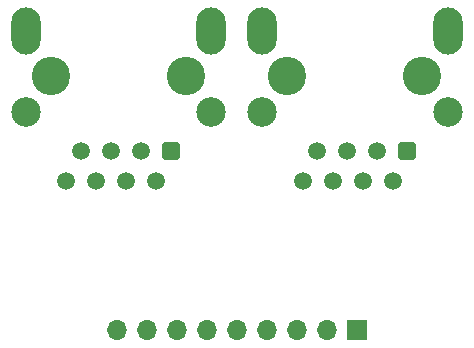
<source format=gbs>
%TF.GenerationSoftware,KiCad,Pcbnew,(6.0.7)*%
%TF.CreationDate,2022-08-03T23:31:13+02:00*%
%TF.ProjectId,rj45-pinheader-breakout,726a3435-2d70-4696-9e68-65616465722d,rev?*%
%TF.SameCoordinates,Original*%
%TF.FileFunction,Soldermask,Bot*%
%TF.FilePolarity,Negative*%
%FSLAX46Y46*%
G04 Gerber Fmt 4.6, Leading zero omitted, Abs format (unit mm)*
G04 Created by KiCad (PCBNEW (6.0.7)) date 2022-08-03 23:31:13*
%MOMM*%
%LPD*%
G01*
G04 APERTURE LIST*
G04 Aperture macros list*
%AMRoundRect*
0 Rectangle with rounded corners*
0 $1 Rounding radius*
0 $2 $3 $4 $5 $6 $7 $8 $9 X,Y pos of 4 corners*
0 Add a 4 corners polygon primitive as box body*
4,1,4,$2,$3,$4,$5,$6,$7,$8,$9,$2,$3,0*
0 Add four circle primitives for the rounded corners*
1,1,$1+$1,$2,$3*
1,1,$1+$1,$4,$5*
1,1,$1+$1,$6,$7*
1,1,$1+$1,$8,$9*
0 Add four rect primitives between the rounded corners*
20,1,$1+$1,$2,$3,$4,$5,0*
20,1,$1+$1,$4,$5,$6,$7,0*
20,1,$1+$1,$6,$7,$8,$9,0*
20,1,$1+$1,$8,$9,$2,$3,0*%
G04 Aperture macros list end*
%ADD10R,1.700000X1.700000*%
%ADD11O,1.700000X1.700000*%
%ADD12C,3.250000*%
%ADD13RoundRect,0.250500X0.499500X0.499500X-0.499500X0.499500X-0.499500X-0.499500X0.499500X-0.499500X0*%
%ADD14C,1.500000*%
%ADD15C,2.500000*%
%ADD16O,2.500000X4.000000*%
G04 APERTURE END LIST*
D10*
X153160000Y-97500000D03*
D11*
X150620000Y-97500000D03*
X148080000Y-97500000D03*
X145540000Y-97500000D03*
X143000000Y-97500000D03*
X140460000Y-97500000D03*
X137920000Y-97500000D03*
X135380000Y-97500000D03*
X132840000Y-97500000D03*
D12*
X127285000Y-76050000D03*
X138715000Y-76050000D03*
D13*
X137445000Y-82400000D03*
D14*
X136185000Y-84940000D03*
X134905000Y-82400000D03*
X133645000Y-84940000D03*
X132365000Y-82400000D03*
X131105000Y-84940000D03*
X129825000Y-82400000D03*
X128565000Y-84940000D03*
D15*
X140850000Y-79098000D03*
D16*
X125150000Y-72240000D03*
D15*
X125150000Y-79098000D03*
D16*
X140850000Y-72240000D03*
D12*
X158715000Y-76050000D03*
X147285000Y-76050000D03*
D13*
X157445000Y-82400000D03*
D14*
X156185000Y-84940000D03*
X154905000Y-82400000D03*
X153645000Y-84940000D03*
X152365000Y-82400000D03*
X151105000Y-84940000D03*
X149825000Y-82400000D03*
X148565000Y-84940000D03*
D16*
X145150000Y-72240000D03*
D15*
X145150000Y-79098000D03*
D16*
X160850000Y-72240000D03*
D15*
X160850000Y-79098000D03*
M02*

</source>
